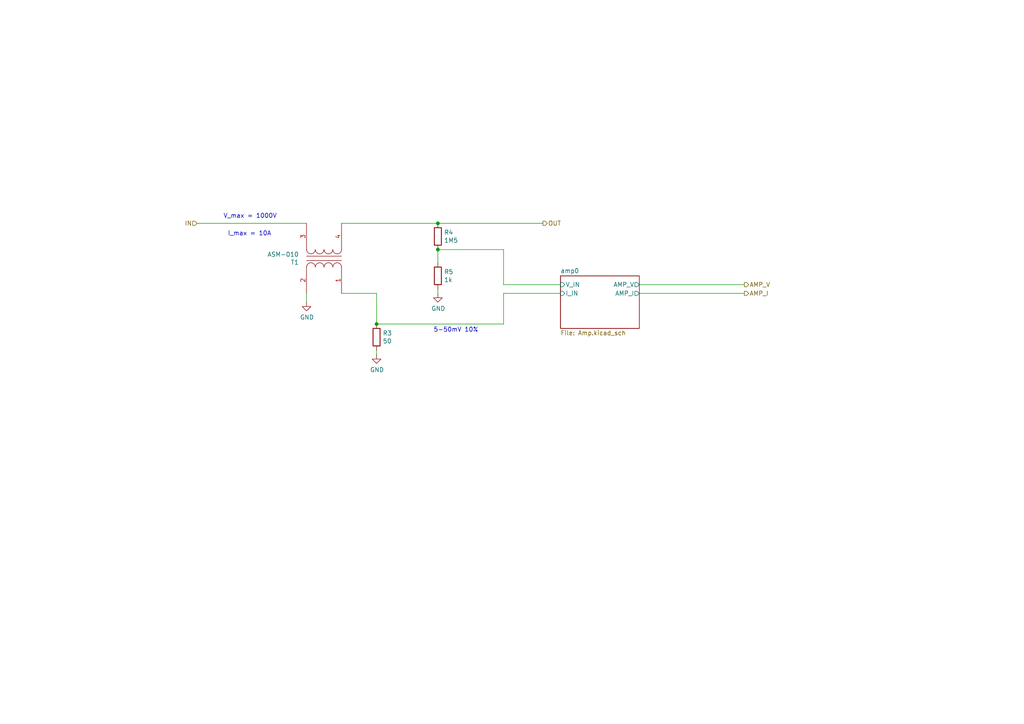
<source format=kicad_sch>
(kicad_sch (version 20211123) (generator eeschema)
  (paper "A4")
  (lib_symbols
    (symbol "Device:R" (pin_numbers hide) (pin_names (offset 0))
      (property "Reference" "R" (at 2.032 0 90))
      (property "Value" "R" (at 0 0 90))
      (symbol "R_0_1"
        (rectangle (start -1.016 -2.54) (end 1.016 2.54) (stroke (width 0.254)))
      )
      (symbol "R_1_1"
        (pin passive line (at 0 3.81 270) (length 1.27) (name "~") (number "1"))
        (pin passive line (at 0 -3.81 90) (length 1.27) (name "~") (number "2"))
      )
    )
    (symbol "Device:Transformer_1P_1S" (pin_names (offset 1.016) hide)
      (property "Reference" "T" (at 0 6.35 0))
      (property "Value" "Transformer_1P_1S" (at 0 -7.62 0))
      (symbol "Transformer_1P_1S_0_1"
        (arc (start -2.54 -5.0546) (mid -1.6599 -4.6901) (end -1.27 -3.81))
        (arc (start -2.54 -2.5146) (mid -1.6599 -2.1501) (end -1.27 -1.27))
        (arc (start -2.54 0.0254) (mid -1.6599 0.3899) (end -1.27 1.27))
        (arc (start -2.54 2.5654) (mid -1.6599 2.9299) (end -1.27 3.81))
        (arc (start -1.27 -3.81) (mid -1.642 -2.912) (end -2.54 -2.54))
        (arc (start -1.27 -1.27) (mid -1.642 -0.372) (end -2.54 0))
        (arc (start -1.27 1.27) (mid -1.642 2.168) (end -2.54 2.54))
        (arc (start -1.27 3.81) (mid -1.642 4.708) (end -2.54 5.08))
        (polyline (pts (xy -0.635 5.08) (xy -0.635 -5.08)))
        (polyline (pts (xy 0.635 -5.08) (xy 0.635 5.08)))
        (arc (start 1.2954 -1.27) (mid 1.6599 -2.1501) (end 2.54 -2.5146))
        (arc (start 1.2954 1.27) (mid 1.6599 0.3899) (end 2.54 0.0254))
        (arc (start 1.2954 3.81) (mid 1.6599 2.9299) (end 2.54 2.5654))
        (arc (start 1.3208 -3.81) (mid 1.6853 -4.6901) (end 2.5654 -5.0546))
        (arc (start 2.54 0) (mid 1.642 -0.372) (end 1.2954 -1.27))
        (arc (start 2.54 2.54) (mid 1.642 2.168) (end 1.2954 1.27))
        (arc (start 2.54 5.08) (mid 1.642 4.708) (end 1.2954 3.81))
        (arc (start 2.5654 -2.54) (mid 1.6674 -2.912) (end 1.3208 -3.81))
      )
      (symbol "Transformer_1P_1S_1_1"
        (pin passive line (at -10.16 5.08 0) (length 7.62) (name "AA") (number "1"))
        (pin passive line (at -10.16 -5.08 0) (length 7.62) (name "AB") (number "2"))
        (pin passive line (at 10.16 -5.08 180) (length 7.62) (name "SA") (number "3"))
        (pin passive line (at 10.16 5.08 180) (length 7.62) (name "SB") (number "4"))
      )
    )
    (symbol "power:GND" (power) (pin_names (offset 0))
      (property "Value" "GND" (at 0 -3.81 0))
      (symbol "GND_0_1"
        (polyline (pts (xy 0 0) (xy 0 -1.27) (xy 1.27 -1.27) (xy 0 -2.54) (xy -1.27 -1.27) (xy 0 -1.27)))
      )
      (symbol "GND_1_1"
        (pin power_in line (at 0 0 270) (length 0) hide (name "GND") (number "1"))
      )
    )
  )
  (junction (at 127 64.77))
  (junction (at 127 72.39))
  (junction (at 109.22 93.98))
  (wire (pts (xy 185.42 82.55) (xy 215.9 82.55)))
  (wire (pts (xy 88.9 64.77) (xy 57.15 64.77)))
  (wire (pts (xy 185.42 85.09) (xy 215.9 85.09)))
  (wire (pts (xy 109.22 93.98) (xy 146.05 93.98)))
  (wire (pts (xy 99.06 85.09) (xy 109.22 85.09)))
  (wire (pts (xy 99.06 64.77) (xy 127 64.77)))
  (wire (pts (xy 88.9 87.63) (xy 88.9 85.09)))
  (wire (pts (xy 109.22 102.87) (xy 109.22 101.6)))
  (wire (pts (xy 109.22 85.09) (xy 109.22 93.98)))
  (wire (pts (xy 127 64.77) (xy 157.48 64.77)))
  (wire (pts (xy 127 85.09) (xy 127 83.82)))
  (wire (pts (xy 127 76.2) (xy 127 72.39)))
  (wire (pts (xy 146.05 82.55) (xy 162.56 82.55)))
  (wire (pts (xy 127 72.39) (xy 146.05 72.39)))
  (wire (pts (xy 146.05 72.39) (xy 146.05 82.55)))
  (wire (pts (xy 146.05 93.98) (xy 146.05 85.09)))
  (wire (pts (xy 146.05 85.09) (xy 162.56 85.09)))
  (text "V_max = 1000V" (at 64.77 63.5 0) (effects (font (size 1.27 1.27)) (justify left bottom)))
  (text "5-50mV 10%" (at 125.73 96.52 0) (effects (font (size 1.27 1.27)) (justify left bottom)))
  (text "I_max = 10A" (at 66.04 68.58 0) (effects (font (size 1.27 1.27)) (justify left bottom)))
  (hierarchical_label "IN" (shape input) (at 57.15 64.77 180))
  (hierarchical_label "AMP_I" (shape output) (at 215.9 85.09 0))
  (hierarchical_label "OUT" (shape output) (at 157.48 64.77 0))
  (hierarchical_label "AMP_V" (shape output) (at 215.9 82.55 0))
  (symbol (lib_id "Device:Transformer_1P_1S") (at 93.98 74.93 270) (mirror x) (unit 1)
    (property "Reference" "T1" (at 86.6902 76.0984 90) (effects (justify right)))
    (property "Value" "ASM-010" (at 86.6902 73.787 90) (effects (justify right)))
    (property "Footprint" "Local_Modules:ASM-010" (effects hide))
  )
  (symbol (lib_id "power:GND") (at 88.9 87.63 0) (unit 1)
    (property "Reference" "#PWR015" (effects hide))
    (property "Value" "~" (at 89.027 92.0242 0))
  )
  (symbol (lib_id "power:GND") (at 109.22 102.87 0) (unit 1)
    (property "Reference" "#PWR016" (effects hide))
    (property "Value" "~" (at 109.347 107.2642 0))
  )
  (symbol (lib_id "power:GND") (at 127 85.09 0) (unit 1)
    (property "Reference" "#PWR017" (effects hide))
    (property "Value" "~" (at 127.127 89.4842 0))
  )
  (symbol (lib_id "Device:R") (at 127 80.01 0) (unit 1)
    (property "Reference" "R5" (at 128.778 78.8416 0) (effects (justify left)))
    (property "Value" "1k" (at 128.778 81.153 0) (effects (justify left)))
    (property "Footprint" "For_Rasterboard:R_Axial_DIN0207_L6.3mm_D2.5mm_Pinf_Horizontal" (effects hide))
  )
  (symbol (lib_id "Device:R") (at 127 68.58 0) (unit 1)
    (property "Reference" "R4" (at 128.778 67.4116 0) (effects (justify left)))
    (property "Value" "1M5" (at 128.778 69.723 0) (effects (justify left)))
    (property "Footprint" "For_Rasterboard:R_Axial_DIN0207_L6.3mm_D2.5mm_Pinf_Horizontal" (effects hide))
  )
  (symbol (lib_id "Device:R") (at 109.22 97.79 0) (unit 1)
    (property "Reference" "R3" (at 110.998 96.6216 0) (effects (justify left)))
    (property "Value" "50" (at 110.998 98.933 0) (effects (justify left)))
    (property "Footprint" "For_Rasterboard:R_Axial_DIN0207_L6.3mm_D2.5mm_Pinf_Horizontal" (effects hide))
  )
  (sheet (at 162.56 80.01) (size 22.86 15.24)
    (property "Sheet name" "amp0" (at 162.56 79.2984 0) (effects (justify left bottom)))
    (property "Sheet file" "Amp.kicad_sch" (at 162.56 95.8346 0) (effects (justify left top)))
    (pin "V_IN" input (at 162.56 82.55 180))
    (pin "I_IN" input (at 162.56 85.09 180))
    (pin "AMP_V" output (at 185.42 82.55 0))
    (pin "AMP_I" output (at 185.42 85.09 0))
  )
)
</source>
